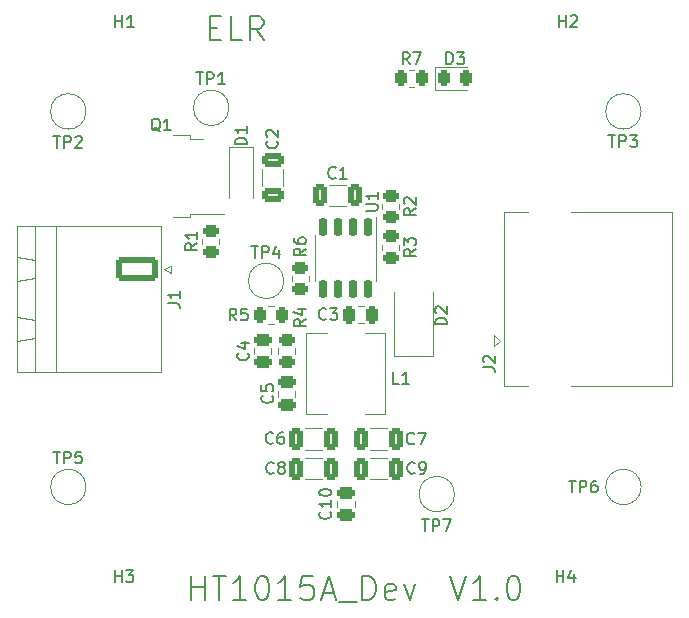
<source format=gto>
%TF.GenerationSoftware,KiCad,Pcbnew,(6.0.5)*%
%TF.CreationDate,2025-05-25T15:44:49+02:00*%
%TF.ProjectId,HT1015A_Dev,48543130-3135-4415-9f44-65762e6b6963,rev?*%
%TF.SameCoordinates,Original*%
%TF.FileFunction,Legend,Top*%
%TF.FilePolarity,Positive*%
%FSLAX46Y46*%
G04 Gerber Fmt 4.6, Leading zero omitted, Abs format (unit mm)*
G04 Created by KiCad (PCBNEW (6.0.5)) date 2025-05-25 15:44:49*
%MOMM*%
%LPD*%
G01*
G04 APERTURE LIST*
G04 Aperture macros list*
%AMRoundRect*
0 Rectangle with rounded corners*
0 $1 Rounding radius*
0 $2 $3 $4 $5 $6 $7 $8 $9 X,Y pos of 4 corners*
0 Add a 4 corners polygon primitive as box body*
4,1,4,$2,$3,$4,$5,$6,$7,$8,$9,$2,$3,0*
0 Add four circle primitives for the rounded corners*
1,1,$1+$1,$2,$3*
1,1,$1+$1,$4,$5*
1,1,$1+$1,$6,$7*
1,1,$1+$1,$8,$9*
0 Add four rect primitives between the rounded corners*
20,1,$1+$1,$2,$3,$4,$5,0*
20,1,$1+$1,$4,$5,$6,$7,0*
20,1,$1+$1,$6,$7,$8,$9,0*
20,1,$1+$1,$8,$9,$2,$3,0*%
G04 Aperture macros list end*
%ADD10C,0.200000*%
%ADD11C,0.150000*%
%ADD12C,0.120000*%
%ADD13C,2.000000*%
%ADD14RoundRect,0.243750X-0.243750X-0.456250X0.243750X-0.456250X0.243750X0.456250X-0.243750X0.456250X0*%
%ADD15RoundRect,0.250000X0.325000X0.650000X-0.325000X0.650000X-0.325000X-0.650000X0.325000X-0.650000X0*%
%ADD16RoundRect,0.250000X-0.450000X0.262500X-0.450000X-0.262500X0.450000X-0.262500X0.450000X0.262500X0*%
%ADD17RoundRect,0.250000X-0.250000X-0.475000X0.250000X-0.475000X0.250000X0.475000X-0.250000X0.475000X0*%
%ADD18RoundRect,0.250000X-0.475000X0.250000X-0.475000X-0.250000X0.475000X-0.250000X0.475000X0.250000X0*%
%ADD19RoundRect,0.250000X-0.325000X-0.650000X0.325000X-0.650000X0.325000X0.650000X-0.325000X0.650000X0*%
%ADD20C,6.400000*%
%ADD21R,1.800000X2.500000*%
%ADD22R,1.524000X1.524000*%
%ADD23C,1.524000*%
%ADD24C,3.500000*%
%ADD25RoundRect,0.250000X0.262500X0.450000X-0.262500X0.450000X-0.262500X-0.450000X0.262500X-0.450000X0*%
%ADD26RoundRect,0.250000X-0.262500X-0.450000X0.262500X-0.450000X0.262500X0.450000X-0.262500X0.450000X0*%
%ADD27R,3.000000X1.500000*%
%ADD28RoundRect,0.250000X0.650000X-0.325000X0.650000X0.325000X-0.650000X0.325000X-0.650000X-0.325000X0*%
%ADD29RoundRect,0.150000X-0.150000X0.650000X-0.150000X-0.650000X0.150000X-0.650000X0.150000X0.650000X0*%
%ADD30R,3.100000X2.410000*%
%ADD31RoundRect,0.249999X-1.550001X0.790001X-1.550001X-0.790001X1.550001X-0.790001X1.550001X0.790001X0*%
%ADD32O,3.600000X2.080000*%
%ADD33R,2.200000X1.200000*%
%ADD34R,6.400000X5.800000*%
%ADD35R,1.700000X1.300000*%
G04 APERTURE END LIST*
D10*
X136961904Y-67507142D02*
X137628571Y-67507142D01*
X137914285Y-68554761D02*
X136961904Y-68554761D01*
X136961904Y-66554761D01*
X137914285Y-66554761D01*
X139723809Y-68554761D02*
X138771428Y-68554761D01*
X138771428Y-66554761D01*
X141533333Y-68554761D02*
X140866666Y-67602380D01*
X140390476Y-68554761D02*
X140390476Y-66554761D01*
X141152380Y-66554761D01*
X141342857Y-66650000D01*
X141438095Y-66745238D01*
X141533333Y-66935714D01*
X141533333Y-67221428D01*
X141438095Y-67411904D01*
X141342857Y-67507142D01*
X141152380Y-67602380D01*
X140390476Y-67602380D01*
X157352380Y-113954761D02*
X158019047Y-115954761D01*
X158685714Y-113954761D01*
X160400000Y-115954761D02*
X159257142Y-115954761D01*
X159828571Y-115954761D02*
X159828571Y-113954761D01*
X159638095Y-114240476D01*
X159447619Y-114430952D01*
X159257142Y-114526190D01*
X161257142Y-115764285D02*
X161352380Y-115859523D01*
X161257142Y-115954761D01*
X161161904Y-115859523D01*
X161257142Y-115764285D01*
X161257142Y-115954761D01*
X162590476Y-113954761D02*
X162780952Y-113954761D01*
X162971428Y-114050000D01*
X163066666Y-114145238D01*
X163161904Y-114335714D01*
X163257142Y-114716666D01*
X163257142Y-115192857D01*
X163161904Y-115573809D01*
X163066666Y-115764285D01*
X162971428Y-115859523D01*
X162780952Y-115954761D01*
X162590476Y-115954761D01*
X162400000Y-115859523D01*
X162304761Y-115764285D01*
X162209523Y-115573809D01*
X162114285Y-115192857D01*
X162114285Y-114716666D01*
X162209523Y-114335714D01*
X162304761Y-114145238D01*
X162400000Y-114050000D01*
X162590476Y-113954761D01*
X135419047Y-115954761D02*
X135419047Y-113954761D01*
X135419047Y-114907142D02*
X136561904Y-114907142D01*
X136561904Y-115954761D02*
X136561904Y-113954761D01*
X137228571Y-113954761D02*
X138371428Y-113954761D01*
X137800000Y-115954761D02*
X137800000Y-113954761D01*
X140085714Y-115954761D02*
X138942857Y-115954761D01*
X139514285Y-115954761D02*
X139514285Y-113954761D01*
X139323809Y-114240476D01*
X139133333Y-114430952D01*
X138942857Y-114526190D01*
X141323809Y-113954761D02*
X141514285Y-113954761D01*
X141704761Y-114050000D01*
X141800000Y-114145238D01*
X141895238Y-114335714D01*
X141990476Y-114716666D01*
X141990476Y-115192857D01*
X141895238Y-115573809D01*
X141800000Y-115764285D01*
X141704761Y-115859523D01*
X141514285Y-115954761D01*
X141323809Y-115954761D01*
X141133333Y-115859523D01*
X141038095Y-115764285D01*
X140942857Y-115573809D01*
X140847619Y-115192857D01*
X140847619Y-114716666D01*
X140942857Y-114335714D01*
X141038095Y-114145238D01*
X141133333Y-114050000D01*
X141323809Y-113954761D01*
X143895238Y-115954761D02*
X142752380Y-115954761D01*
X143323809Y-115954761D02*
X143323809Y-113954761D01*
X143133333Y-114240476D01*
X142942857Y-114430952D01*
X142752380Y-114526190D01*
X145704761Y-113954761D02*
X144752380Y-113954761D01*
X144657142Y-114907142D01*
X144752380Y-114811904D01*
X144942857Y-114716666D01*
X145419047Y-114716666D01*
X145609523Y-114811904D01*
X145704761Y-114907142D01*
X145800000Y-115097619D01*
X145800000Y-115573809D01*
X145704761Y-115764285D01*
X145609523Y-115859523D01*
X145419047Y-115954761D01*
X144942857Y-115954761D01*
X144752380Y-115859523D01*
X144657142Y-115764285D01*
X146561904Y-115383333D02*
X147514285Y-115383333D01*
X146371428Y-115954761D02*
X147038095Y-113954761D01*
X147704761Y-115954761D01*
X147895238Y-116145238D02*
X149419047Y-116145238D01*
X149895238Y-115954761D02*
X149895238Y-113954761D01*
X150371428Y-113954761D01*
X150657142Y-114050000D01*
X150847619Y-114240476D01*
X150942857Y-114430952D01*
X151038095Y-114811904D01*
X151038095Y-115097619D01*
X150942857Y-115478571D01*
X150847619Y-115669047D01*
X150657142Y-115859523D01*
X150371428Y-115954761D01*
X149895238Y-115954761D01*
X152657142Y-115859523D02*
X152466666Y-115954761D01*
X152085714Y-115954761D01*
X151895238Y-115859523D01*
X151800000Y-115669047D01*
X151800000Y-114907142D01*
X151895238Y-114716666D01*
X152085714Y-114621428D01*
X152466666Y-114621428D01*
X152657142Y-114716666D01*
X152752380Y-114907142D01*
X152752380Y-115097619D01*
X151800000Y-115288095D01*
X153419047Y-114621428D02*
X153895238Y-115954761D01*
X154371428Y-114621428D01*
D11*
%TO.C,TP2*%
X123738095Y-76702380D02*
X124309523Y-76702380D01*
X124023809Y-77702380D02*
X124023809Y-76702380D01*
X124642857Y-77702380D02*
X124642857Y-76702380D01*
X125023809Y-76702380D01*
X125119047Y-76750000D01*
X125166666Y-76797619D01*
X125214285Y-76892857D01*
X125214285Y-77035714D01*
X125166666Y-77130952D01*
X125119047Y-77178571D01*
X125023809Y-77226190D01*
X124642857Y-77226190D01*
X125595238Y-76797619D02*
X125642857Y-76750000D01*
X125738095Y-76702380D01*
X125976190Y-76702380D01*
X126071428Y-76750000D01*
X126119047Y-76797619D01*
X126166666Y-76892857D01*
X126166666Y-76988095D01*
X126119047Y-77130952D01*
X125547619Y-77702380D01*
X126166666Y-77702380D01*
%TO.C,D3*%
X157011904Y-70602380D02*
X157011904Y-69602380D01*
X157250000Y-69602380D01*
X157392857Y-69650000D01*
X157488095Y-69745238D01*
X157535714Y-69840476D01*
X157583333Y-70030952D01*
X157583333Y-70173809D01*
X157535714Y-70364285D01*
X157488095Y-70459523D01*
X157392857Y-70554761D01*
X157250000Y-70602380D01*
X157011904Y-70602380D01*
X157916666Y-69602380D02*
X158535714Y-69602380D01*
X158202380Y-69983333D01*
X158345238Y-69983333D01*
X158440476Y-70030952D01*
X158488095Y-70078571D01*
X158535714Y-70173809D01*
X158535714Y-70411904D01*
X158488095Y-70507142D01*
X158440476Y-70554761D01*
X158345238Y-70602380D01*
X158059523Y-70602380D01*
X157964285Y-70554761D01*
X157916666Y-70507142D01*
%TO.C,C9*%
X154333333Y-105207142D02*
X154285714Y-105254761D01*
X154142857Y-105302380D01*
X154047619Y-105302380D01*
X153904761Y-105254761D01*
X153809523Y-105159523D01*
X153761904Y-105064285D01*
X153714285Y-104873809D01*
X153714285Y-104730952D01*
X153761904Y-104540476D01*
X153809523Y-104445238D01*
X153904761Y-104350000D01*
X154047619Y-104302380D01*
X154142857Y-104302380D01*
X154285714Y-104350000D01*
X154333333Y-104397619D01*
X154809523Y-105302380D02*
X155000000Y-105302380D01*
X155095238Y-105254761D01*
X155142857Y-105207142D01*
X155238095Y-105064285D01*
X155285714Y-104873809D01*
X155285714Y-104492857D01*
X155238095Y-104397619D01*
X155190476Y-104350000D01*
X155095238Y-104302380D01*
X154904761Y-104302380D01*
X154809523Y-104350000D01*
X154761904Y-104397619D01*
X154714285Y-104492857D01*
X154714285Y-104730952D01*
X154761904Y-104826190D01*
X154809523Y-104873809D01*
X154904761Y-104921428D01*
X155095238Y-104921428D01*
X155190476Y-104873809D01*
X155238095Y-104826190D01*
X155285714Y-104730952D01*
%TO.C,TP1*%
X135838095Y-71302380D02*
X136409523Y-71302380D01*
X136123809Y-72302380D02*
X136123809Y-71302380D01*
X136742857Y-72302380D02*
X136742857Y-71302380D01*
X137123809Y-71302380D01*
X137219047Y-71350000D01*
X137266666Y-71397619D01*
X137314285Y-71492857D01*
X137314285Y-71635714D01*
X137266666Y-71730952D01*
X137219047Y-71778571D01*
X137123809Y-71826190D01*
X136742857Y-71826190D01*
X138266666Y-72302380D02*
X137695238Y-72302380D01*
X137980952Y-72302380D02*
X137980952Y-71302380D01*
X137885714Y-71445238D01*
X137790476Y-71540476D01*
X137695238Y-71588095D01*
%TO.C,R6*%
X145102380Y-86216666D02*
X144626190Y-86550000D01*
X145102380Y-86788095D02*
X144102380Y-86788095D01*
X144102380Y-86407142D01*
X144150000Y-86311904D01*
X144197619Y-86264285D01*
X144292857Y-86216666D01*
X144435714Y-86216666D01*
X144530952Y-86264285D01*
X144578571Y-86311904D01*
X144626190Y-86407142D01*
X144626190Y-86788095D01*
X144102380Y-85359523D02*
X144102380Y-85550000D01*
X144150000Y-85645238D01*
X144197619Y-85692857D01*
X144340476Y-85788095D01*
X144530952Y-85835714D01*
X144911904Y-85835714D01*
X145007142Y-85788095D01*
X145054761Y-85740476D01*
X145102380Y-85645238D01*
X145102380Y-85454761D01*
X145054761Y-85359523D01*
X145007142Y-85311904D01*
X144911904Y-85264285D01*
X144673809Y-85264285D01*
X144578571Y-85311904D01*
X144530952Y-85359523D01*
X144483333Y-85454761D01*
X144483333Y-85645238D01*
X144530952Y-85740476D01*
X144578571Y-85788095D01*
X144673809Y-85835714D01*
%TO.C,C3*%
X146833333Y-92157142D02*
X146785714Y-92204761D01*
X146642857Y-92252380D01*
X146547619Y-92252380D01*
X146404761Y-92204761D01*
X146309523Y-92109523D01*
X146261904Y-92014285D01*
X146214285Y-91823809D01*
X146214285Y-91680952D01*
X146261904Y-91490476D01*
X146309523Y-91395238D01*
X146404761Y-91300000D01*
X146547619Y-91252380D01*
X146642857Y-91252380D01*
X146785714Y-91300000D01*
X146833333Y-91347619D01*
X147166666Y-91252380D02*
X147785714Y-91252380D01*
X147452380Y-91633333D01*
X147595238Y-91633333D01*
X147690476Y-91680952D01*
X147738095Y-91728571D01*
X147785714Y-91823809D01*
X147785714Y-92061904D01*
X147738095Y-92157142D01*
X147690476Y-92204761D01*
X147595238Y-92252380D01*
X147309523Y-92252380D01*
X147214285Y-92204761D01*
X147166666Y-92157142D01*
%TO.C,C5*%
X142257142Y-98666666D02*
X142304761Y-98714285D01*
X142352380Y-98857142D01*
X142352380Y-98952380D01*
X142304761Y-99095238D01*
X142209523Y-99190476D01*
X142114285Y-99238095D01*
X141923809Y-99285714D01*
X141780952Y-99285714D01*
X141590476Y-99238095D01*
X141495238Y-99190476D01*
X141400000Y-99095238D01*
X141352380Y-98952380D01*
X141352380Y-98857142D01*
X141400000Y-98714285D01*
X141447619Y-98666666D01*
X141352380Y-97761904D02*
X141352380Y-98238095D01*
X141828571Y-98285714D01*
X141780952Y-98238095D01*
X141733333Y-98142857D01*
X141733333Y-97904761D01*
X141780952Y-97809523D01*
X141828571Y-97761904D01*
X141923809Y-97714285D01*
X142161904Y-97714285D01*
X142257142Y-97761904D01*
X142304761Y-97809523D01*
X142352380Y-97904761D01*
X142352380Y-98142857D01*
X142304761Y-98238095D01*
X142257142Y-98285714D01*
%TO.C,R4*%
X145102380Y-92216666D02*
X144626190Y-92550000D01*
X145102380Y-92788095D02*
X144102380Y-92788095D01*
X144102380Y-92407142D01*
X144150000Y-92311904D01*
X144197619Y-92264285D01*
X144292857Y-92216666D01*
X144435714Y-92216666D01*
X144530952Y-92264285D01*
X144578571Y-92311904D01*
X144626190Y-92407142D01*
X144626190Y-92788095D01*
X144435714Y-91359523D02*
X145102380Y-91359523D01*
X144054761Y-91597619D02*
X144769047Y-91835714D01*
X144769047Y-91216666D01*
%TO.C,C8*%
X142383333Y-105207142D02*
X142335714Y-105254761D01*
X142192857Y-105302380D01*
X142097619Y-105302380D01*
X141954761Y-105254761D01*
X141859523Y-105159523D01*
X141811904Y-105064285D01*
X141764285Y-104873809D01*
X141764285Y-104730952D01*
X141811904Y-104540476D01*
X141859523Y-104445238D01*
X141954761Y-104350000D01*
X142097619Y-104302380D01*
X142192857Y-104302380D01*
X142335714Y-104350000D01*
X142383333Y-104397619D01*
X142954761Y-104730952D02*
X142859523Y-104683333D01*
X142811904Y-104635714D01*
X142764285Y-104540476D01*
X142764285Y-104492857D01*
X142811904Y-104397619D01*
X142859523Y-104350000D01*
X142954761Y-104302380D01*
X143145238Y-104302380D01*
X143240476Y-104350000D01*
X143288095Y-104397619D01*
X143335714Y-104492857D01*
X143335714Y-104540476D01*
X143288095Y-104635714D01*
X143240476Y-104683333D01*
X143145238Y-104730952D01*
X142954761Y-104730952D01*
X142859523Y-104778571D01*
X142811904Y-104826190D01*
X142764285Y-104921428D01*
X142764285Y-105111904D01*
X142811904Y-105207142D01*
X142859523Y-105254761D01*
X142954761Y-105302380D01*
X143145238Y-105302380D01*
X143240476Y-105254761D01*
X143288095Y-105207142D01*
X143335714Y-105111904D01*
X143335714Y-104921428D01*
X143288095Y-104826190D01*
X143240476Y-104778571D01*
X143145238Y-104730952D01*
%TO.C,TP5*%
X123738095Y-103402380D02*
X124309523Y-103402380D01*
X124023809Y-104402380D02*
X124023809Y-103402380D01*
X124642857Y-104402380D02*
X124642857Y-103402380D01*
X125023809Y-103402380D01*
X125119047Y-103450000D01*
X125166666Y-103497619D01*
X125214285Y-103592857D01*
X125214285Y-103735714D01*
X125166666Y-103830952D01*
X125119047Y-103878571D01*
X125023809Y-103926190D01*
X124642857Y-103926190D01*
X126119047Y-103402380D02*
X125642857Y-103402380D01*
X125595238Y-103878571D01*
X125642857Y-103830952D01*
X125738095Y-103783333D01*
X125976190Y-103783333D01*
X126071428Y-103830952D01*
X126119047Y-103878571D01*
X126166666Y-103973809D01*
X126166666Y-104211904D01*
X126119047Y-104307142D01*
X126071428Y-104354761D01*
X125976190Y-104402380D01*
X125738095Y-104402380D01*
X125642857Y-104354761D01*
X125595238Y-104307142D01*
%TO.C,C10*%
X147157142Y-108492857D02*
X147204761Y-108540476D01*
X147252380Y-108683333D01*
X147252380Y-108778571D01*
X147204761Y-108921428D01*
X147109523Y-109016666D01*
X147014285Y-109064285D01*
X146823809Y-109111904D01*
X146680952Y-109111904D01*
X146490476Y-109064285D01*
X146395238Y-109016666D01*
X146300000Y-108921428D01*
X146252380Y-108778571D01*
X146252380Y-108683333D01*
X146300000Y-108540476D01*
X146347619Y-108492857D01*
X147252380Y-107540476D02*
X147252380Y-108111904D01*
X147252380Y-107826190D02*
X146252380Y-107826190D01*
X146395238Y-107921428D01*
X146490476Y-108016666D01*
X146538095Y-108111904D01*
X146252380Y-106921428D02*
X146252380Y-106826190D01*
X146300000Y-106730952D01*
X146347619Y-106683333D01*
X146442857Y-106635714D01*
X146633333Y-106588095D01*
X146871428Y-106588095D01*
X147061904Y-106635714D01*
X147157142Y-106683333D01*
X147204761Y-106730952D01*
X147252380Y-106826190D01*
X147252380Y-106921428D01*
X147204761Y-107016666D01*
X147157142Y-107064285D01*
X147061904Y-107111904D01*
X146871428Y-107159523D01*
X146633333Y-107159523D01*
X146442857Y-107111904D01*
X146347619Y-107064285D01*
X146300000Y-107016666D01*
X146252380Y-106921428D01*
%TO.C,H1*%
X128988095Y-67452380D02*
X128988095Y-66452380D01*
X128988095Y-66928571D02*
X129559523Y-66928571D01*
X129559523Y-67452380D02*
X129559523Y-66452380D01*
X130559523Y-67452380D02*
X129988095Y-67452380D01*
X130273809Y-67452380D02*
X130273809Y-66452380D01*
X130178571Y-66595238D01*
X130083333Y-66690476D01*
X129988095Y-66738095D01*
%TO.C,H3*%
X128938095Y-114452380D02*
X128938095Y-113452380D01*
X128938095Y-113928571D02*
X129509523Y-113928571D01*
X129509523Y-114452380D02*
X129509523Y-113452380D01*
X129890476Y-113452380D02*
X130509523Y-113452380D01*
X130176190Y-113833333D01*
X130319047Y-113833333D01*
X130414285Y-113880952D01*
X130461904Y-113928571D01*
X130509523Y-114023809D01*
X130509523Y-114261904D01*
X130461904Y-114357142D01*
X130414285Y-114404761D01*
X130319047Y-114452380D01*
X130033333Y-114452380D01*
X129938095Y-114404761D01*
X129890476Y-114357142D01*
%TO.C,TP4*%
X140488095Y-86002380D02*
X141059523Y-86002380D01*
X140773809Y-87002380D02*
X140773809Y-86002380D01*
X141392857Y-87002380D02*
X141392857Y-86002380D01*
X141773809Y-86002380D01*
X141869047Y-86050000D01*
X141916666Y-86097619D01*
X141964285Y-86192857D01*
X141964285Y-86335714D01*
X141916666Y-86430952D01*
X141869047Y-86478571D01*
X141773809Y-86526190D01*
X141392857Y-86526190D01*
X142821428Y-86335714D02*
X142821428Y-87002380D01*
X142583333Y-85954761D02*
X142345238Y-86669047D01*
X142964285Y-86669047D01*
%TO.C,R1*%
X135902380Y-85766666D02*
X135426190Y-86100000D01*
X135902380Y-86338095D02*
X134902380Y-86338095D01*
X134902380Y-85957142D01*
X134950000Y-85861904D01*
X134997619Y-85814285D01*
X135092857Y-85766666D01*
X135235714Y-85766666D01*
X135330952Y-85814285D01*
X135378571Y-85861904D01*
X135426190Y-85957142D01*
X135426190Y-86338095D01*
X135902380Y-84814285D02*
X135902380Y-85385714D01*
X135902380Y-85100000D02*
X134902380Y-85100000D01*
X135045238Y-85195238D01*
X135140476Y-85290476D01*
X135188095Y-85385714D01*
%TO.C,TP3*%
X170738095Y-76602380D02*
X171309523Y-76602380D01*
X171023809Y-77602380D02*
X171023809Y-76602380D01*
X171642857Y-77602380D02*
X171642857Y-76602380D01*
X172023809Y-76602380D01*
X172119047Y-76650000D01*
X172166666Y-76697619D01*
X172214285Y-76792857D01*
X172214285Y-76935714D01*
X172166666Y-77030952D01*
X172119047Y-77078571D01*
X172023809Y-77126190D01*
X171642857Y-77126190D01*
X172547619Y-76602380D02*
X173166666Y-76602380D01*
X172833333Y-76983333D01*
X172976190Y-76983333D01*
X173071428Y-77030952D01*
X173119047Y-77078571D01*
X173166666Y-77173809D01*
X173166666Y-77411904D01*
X173119047Y-77507142D01*
X173071428Y-77554761D01*
X172976190Y-77602380D01*
X172690476Y-77602380D01*
X172595238Y-77554761D01*
X172547619Y-77507142D01*
%TO.C,D2*%
X157052380Y-92638095D02*
X156052380Y-92638095D01*
X156052380Y-92400000D01*
X156100000Y-92257142D01*
X156195238Y-92161904D01*
X156290476Y-92114285D01*
X156480952Y-92066666D01*
X156623809Y-92066666D01*
X156814285Y-92114285D01*
X156909523Y-92161904D01*
X157004761Y-92257142D01*
X157052380Y-92400000D01*
X157052380Y-92638095D01*
X156147619Y-91685714D02*
X156100000Y-91638095D01*
X156052380Y-91542857D01*
X156052380Y-91304761D01*
X156100000Y-91209523D01*
X156147619Y-91161904D01*
X156242857Y-91114285D01*
X156338095Y-91114285D01*
X156480952Y-91161904D01*
X157052380Y-91733333D01*
X157052380Y-91114285D01*
%TO.C,J2*%
X160132380Y-96283333D02*
X160846666Y-96283333D01*
X160989523Y-96330952D01*
X161084761Y-96426190D01*
X161132380Y-96569047D01*
X161132380Y-96664285D01*
X160227619Y-95854761D02*
X160180000Y-95807142D01*
X160132380Y-95711904D01*
X160132380Y-95473809D01*
X160180000Y-95378571D01*
X160227619Y-95330952D01*
X160322857Y-95283333D01*
X160418095Y-95283333D01*
X160560952Y-95330952D01*
X161132380Y-95902380D01*
X161132380Y-95283333D01*
%TO.C,R2*%
X154402380Y-82816666D02*
X153926190Y-83150000D01*
X154402380Y-83388095D02*
X153402380Y-83388095D01*
X153402380Y-83007142D01*
X153450000Y-82911904D01*
X153497619Y-82864285D01*
X153592857Y-82816666D01*
X153735714Y-82816666D01*
X153830952Y-82864285D01*
X153878571Y-82911904D01*
X153926190Y-83007142D01*
X153926190Y-83388095D01*
X153497619Y-82435714D02*
X153450000Y-82388095D01*
X153402380Y-82292857D01*
X153402380Y-82054761D01*
X153450000Y-81959523D01*
X153497619Y-81911904D01*
X153592857Y-81864285D01*
X153688095Y-81864285D01*
X153830952Y-81911904D01*
X154402380Y-82483333D01*
X154402380Y-81864285D01*
%TO.C,R3*%
X154402380Y-86266666D02*
X153926190Y-86600000D01*
X154402380Y-86838095D02*
X153402380Y-86838095D01*
X153402380Y-86457142D01*
X153450000Y-86361904D01*
X153497619Y-86314285D01*
X153592857Y-86266666D01*
X153735714Y-86266666D01*
X153830952Y-86314285D01*
X153878571Y-86361904D01*
X153926190Y-86457142D01*
X153926190Y-86838095D01*
X153402380Y-85933333D02*
X153402380Y-85314285D01*
X153783333Y-85647619D01*
X153783333Y-85504761D01*
X153830952Y-85409523D01*
X153878571Y-85361904D01*
X153973809Y-85314285D01*
X154211904Y-85314285D01*
X154307142Y-85361904D01*
X154354761Y-85409523D01*
X154402380Y-85504761D01*
X154402380Y-85790476D01*
X154354761Y-85885714D01*
X154307142Y-85933333D01*
%TO.C,TP7*%
X154938095Y-109152380D02*
X155509523Y-109152380D01*
X155223809Y-110152380D02*
X155223809Y-109152380D01*
X155842857Y-110152380D02*
X155842857Y-109152380D01*
X156223809Y-109152380D01*
X156319047Y-109200000D01*
X156366666Y-109247619D01*
X156414285Y-109342857D01*
X156414285Y-109485714D01*
X156366666Y-109580952D01*
X156319047Y-109628571D01*
X156223809Y-109676190D01*
X155842857Y-109676190D01*
X156747619Y-109152380D02*
X157414285Y-109152380D01*
X156985714Y-110152380D01*
%TO.C,C1*%
X147633333Y-80207142D02*
X147585714Y-80254761D01*
X147442857Y-80302380D01*
X147347619Y-80302380D01*
X147204761Y-80254761D01*
X147109523Y-80159523D01*
X147061904Y-80064285D01*
X147014285Y-79873809D01*
X147014285Y-79730952D01*
X147061904Y-79540476D01*
X147109523Y-79445238D01*
X147204761Y-79350000D01*
X147347619Y-79302380D01*
X147442857Y-79302380D01*
X147585714Y-79350000D01*
X147633333Y-79397619D01*
X148585714Y-80302380D02*
X148014285Y-80302380D01*
X148300000Y-80302380D02*
X148300000Y-79302380D01*
X148204761Y-79445238D01*
X148109523Y-79540476D01*
X148014285Y-79588095D01*
%TO.C,C6*%
X142333333Y-102657142D02*
X142285714Y-102704761D01*
X142142857Y-102752380D01*
X142047619Y-102752380D01*
X141904761Y-102704761D01*
X141809523Y-102609523D01*
X141761904Y-102514285D01*
X141714285Y-102323809D01*
X141714285Y-102180952D01*
X141761904Y-101990476D01*
X141809523Y-101895238D01*
X141904761Y-101800000D01*
X142047619Y-101752380D01*
X142142857Y-101752380D01*
X142285714Y-101800000D01*
X142333333Y-101847619D01*
X143190476Y-101752380D02*
X143000000Y-101752380D01*
X142904761Y-101800000D01*
X142857142Y-101847619D01*
X142761904Y-101990476D01*
X142714285Y-102180952D01*
X142714285Y-102561904D01*
X142761904Y-102657142D01*
X142809523Y-102704761D01*
X142904761Y-102752380D01*
X143095238Y-102752380D01*
X143190476Y-102704761D01*
X143238095Y-102657142D01*
X143285714Y-102561904D01*
X143285714Y-102323809D01*
X143238095Y-102228571D01*
X143190476Y-102180952D01*
X143095238Y-102133333D01*
X142904761Y-102133333D01*
X142809523Y-102180952D01*
X142761904Y-102228571D01*
X142714285Y-102323809D01*
%TO.C,R5*%
X139233333Y-92302380D02*
X138900000Y-91826190D01*
X138661904Y-92302380D02*
X138661904Y-91302380D01*
X139042857Y-91302380D01*
X139138095Y-91350000D01*
X139185714Y-91397619D01*
X139233333Y-91492857D01*
X139233333Y-91635714D01*
X139185714Y-91730952D01*
X139138095Y-91778571D01*
X139042857Y-91826190D01*
X138661904Y-91826190D01*
X140138095Y-91302380D02*
X139661904Y-91302380D01*
X139614285Y-91778571D01*
X139661904Y-91730952D01*
X139757142Y-91683333D01*
X139995238Y-91683333D01*
X140090476Y-91730952D01*
X140138095Y-91778571D01*
X140185714Y-91873809D01*
X140185714Y-92111904D01*
X140138095Y-92207142D01*
X140090476Y-92254761D01*
X139995238Y-92302380D01*
X139757142Y-92302380D01*
X139661904Y-92254761D01*
X139614285Y-92207142D01*
%TO.C,C4*%
X140207142Y-95066666D02*
X140254761Y-95114285D01*
X140302380Y-95257142D01*
X140302380Y-95352380D01*
X140254761Y-95495238D01*
X140159523Y-95590476D01*
X140064285Y-95638095D01*
X139873809Y-95685714D01*
X139730952Y-95685714D01*
X139540476Y-95638095D01*
X139445238Y-95590476D01*
X139350000Y-95495238D01*
X139302380Y-95352380D01*
X139302380Y-95257142D01*
X139350000Y-95114285D01*
X139397619Y-95066666D01*
X139635714Y-94209523D02*
X140302380Y-94209523D01*
X139254761Y-94447619D02*
X139969047Y-94685714D01*
X139969047Y-94066666D01*
%TO.C,R7*%
X153895833Y-70602380D02*
X153562500Y-70126190D01*
X153324404Y-70602380D02*
X153324404Y-69602380D01*
X153705357Y-69602380D01*
X153800595Y-69650000D01*
X153848214Y-69697619D01*
X153895833Y-69792857D01*
X153895833Y-69935714D01*
X153848214Y-70030952D01*
X153800595Y-70078571D01*
X153705357Y-70126190D01*
X153324404Y-70126190D01*
X154229166Y-69602380D02*
X154895833Y-69602380D01*
X154467261Y-70602380D01*
%TO.C,H4*%
X166338095Y-114452380D02*
X166338095Y-113452380D01*
X166338095Y-113928571D02*
X166909523Y-113928571D01*
X166909523Y-114452380D02*
X166909523Y-113452380D01*
X167814285Y-113785714D02*
X167814285Y-114452380D01*
X167576190Y-113404761D02*
X167338095Y-114119047D01*
X167957142Y-114119047D01*
%TO.C,H2*%
X166538095Y-67452380D02*
X166538095Y-66452380D01*
X166538095Y-66928571D02*
X167109523Y-66928571D01*
X167109523Y-67452380D02*
X167109523Y-66452380D01*
X167538095Y-66547619D02*
X167585714Y-66500000D01*
X167680952Y-66452380D01*
X167919047Y-66452380D01*
X168014285Y-66500000D01*
X168061904Y-66547619D01*
X168109523Y-66642857D01*
X168109523Y-66738095D01*
X168061904Y-66880952D01*
X167490476Y-67452380D01*
X168109523Y-67452380D01*
%TO.C,L1*%
X152983333Y-97652380D02*
X152507142Y-97652380D01*
X152507142Y-96652380D01*
X153840476Y-97652380D02*
X153269047Y-97652380D01*
X153554761Y-97652380D02*
X153554761Y-96652380D01*
X153459523Y-96795238D01*
X153364285Y-96890476D01*
X153269047Y-96938095D01*
%TO.C,C2*%
X142657142Y-77116666D02*
X142704761Y-77164285D01*
X142752380Y-77307142D01*
X142752380Y-77402380D01*
X142704761Y-77545238D01*
X142609523Y-77640476D01*
X142514285Y-77688095D01*
X142323809Y-77735714D01*
X142180952Y-77735714D01*
X141990476Y-77688095D01*
X141895238Y-77640476D01*
X141800000Y-77545238D01*
X141752380Y-77402380D01*
X141752380Y-77307142D01*
X141800000Y-77164285D01*
X141847619Y-77116666D01*
X141847619Y-76735714D02*
X141800000Y-76688095D01*
X141752380Y-76592857D01*
X141752380Y-76354761D01*
X141800000Y-76259523D01*
X141847619Y-76211904D01*
X141942857Y-76164285D01*
X142038095Y-76164285D01*
X142180952Y-76211904D01*
X142752380Y-76783333D01*
X142752380Y-76164285D01*
%TO.C,U1*%
X150202380Y-83011904D02*
X151011904Y-83011904D01*
X151107142Y-82964285D01*
X151154761Y-82916666D01*
X151202380Y-82821428D01*
X151202380Y-82630952D01*
X151154761Y-82535714D01*
X151107142Y-82488095D01*
X151011904Y-82440476D01*
X150202380Y-82440476D01*
X151202380Y-81440476D02*
X151202380Y-82011904D01*
X151202380Y-81726190D02*
X150202380Y-81726190D01*
X150345238Y-81821428D01*
X150440476Y-81916666D01*
X150488095Y-82011904D01*
%TO.C,J1*%
X133432380Y-90833333D02*
X134146666Y-90833333D01*
X134289523Y-90880952D01*
X134384761Y-90976190D01*
X134432380Y-91119047D01*
X134432380Y-91214285D01*
X134432380Y-89833333D02*
X134432380Y-90404761D01*
X134432380Y-90119047D02*
X133432380Y-90119047D01*
X133575238Y-90214285D01*
X133670476Y-90309523D01*
X133718095Y-90404761D01*
%TO.C,Q1*%
X132779761Y-76297619D02*
X132684523Y-76250000D01*
X132589285Y-76154761D01*
X132446428Y-76011904D01*
X132351190Y-75964285D01*
X132255952Y-75964285D01*
X132303571Y-76202380D02*
X132208333Y-76154761D01*
X132113095Y-76059523D01*
X132065476Y-75869047D01*
X132065476Y-75535714D01*
X132113095Y-75345238D01*
X132208333Y-75250000D01*
X132303571Y-75202380D01*
X132494047Y-75202380D01*
X132589285Y-75250000D01*
X132684523Y-75345238D01*
X132732142Y-75535714D01*
X132732142Y-75869047D01*
X132684523Y-76059523D01*
X132589285Y-76154761D01*
X132494047Y-76202380D01*
X132303571Y-76202380D01*
X133684523Y-76202380D02*
X133113095Y-76202380D01*
X133398809Y-76202380D02*
X133398809Y-75202380D01*
X133303571Y-75345238D01*
X133208333Y-75440476D01*
X133113095Y-75488095D01*
%TO.C,TP6*%
X167388095Y-105852380D02*
X167959523Y-105852380D01*
X167673809Y-106852380D02*
X167673809Y-105852380D01*
X168292857Y-106852380D02*
X168292857Y-105852380D01*
X168673809Y-105852380D01*
X168769047Y-105900000D01*
X168816666Y-105947619D01*
X168864285Y-106042857D01*
X168864285Y-106185714D01*
X168816666Y-106280952D01*
X168769047Y-106328571D01*
X168673809Y-106376190D01*
X168292857Y-106376190D01*
X169721428Y-105852380D02*
X169530952Y-105852380D01*
X169435714Y-105900000D01*
X169388095Y-105947619D01*
X169292857Y-106090476D01*
X169245238Y-106280952D01*
X169245238Y-106661904D01*
X169292857Y-106757142D01*
X169340476Y-106804761D01*
X169435714Y-106852380D01*
X169626190Y-106852380D01*
X169721428Y-106804761D01*
X169769047Y-106757142D01*
X169816666Y-106661904D01*
X169816666Y-106423809D01*
X169769047Y-106328571D01*
X169721428Y-106280952D01*
X169626190Y-106233333D01*
X169435714Y-106233333D01*
X169340476Y-106280952D01*
X169292857Y-106328571D01*
X169245238Y-106423809D01*
%TO.C,C7*%
X154283333Y-102707142D02*
X154235714Y-102754761D01*
X154092857Y-102802380D01*
X153997619Y-102802380D01*
X153854761Y-102754761D01*
X153759523Y-102659523D01*
X153711904Y-102564285D01*
X153664285Y-102373809D01*
X153664285Y-102230952D01*
X153711904Y-102040476D01*
X153759523Y-101945238D01*
X153854761Y-101850000D01*
X153997619Y-101802380D01*
X154092857Y-101802380D01*
X154235714Y-101850000D01*
X154283333Y-101897619D01*
X154616666Y-101802380D02*
X155283333Y-101802380D01*
X154854761Y-102802380D01*
%TO.C,D1*%
X140102380Y-77388095D02*
X139102380Y-77388095D01*
X139102380Y-77150000D01*
X139150000Y-77007142D01*
X139245238Y-76911904D01*
X139340476Y-76864285D01*
X139530952Y-76816666D01*
X139673809Y-76816666D01*
X139864285Y-76864285D01*
X139959523Y-76911904D01*
X140054761Y-77007142D01*
X140102380Y-77150000D01*
X140102380Y-77388095D01*
X140102380Y-75864285D02*
X140102380Y-76435714D01*
X140102380Y-76150000D02*
X139102380Y-76150000D01*
X139245238Y-76245238D01*
X139340476Y-76340476D01*
X139388095Y-76435714D01*
D12*
%TO.C,TP2*%
X126500000Y-74600000D02*
G75*
G03*
X126500000Y-74600000I-1500000J0D01*
G01*
%TO.C,D3*%
X156065000Y-72760000D02*
X158750000Y-72760000D01*
X158750000Y-70840000D02*
X156065000Y-70840000D01*
X156065000Y-70840000D02*
X156065000Y-72760000D01*
%TO.C,C9*%
X151961252Y-103940000D02*
X150538748Y-103940000D01*
X151961252Y-105760000D02*
X150538748Y-105760000D01*
%TO.C,TP1*%
X138600000Y-74300000D02*
G75*
G03*
X138600000Y-74300000I-1500000J0D01*
G01*
%TO.C,R6*%
X143915000Y-88522936D02*
X143915000Y-88977064D01*
X145385000Y-88522936D02*
X145385000Y-88977064D01*
%TO.C,C3*%
X149488748Y-91065000D02*
X150011252Y-91065000D01*
X149488748Y-92535000D02*
X150011252Y-92535000D01*
%TO.C,C5*%
X144235000Y-98238748D02*
X144235000Y-98761252D01*
X142765000Y-98238748D02*
X142765000Y-98761252D01*
%TO.C,R4*%
X142765000Y-94672936D02*
X142765000Y-95127064D01*
X144235000Y-94672936D02*
X144235000Y-95127064D01*
%TO.C,C8*%
X145038748Y-103940000D02*
X146461252Y-103940000D01*
X145038748Y-105760000D02*
X146461252Y-105760000D01*
%TO.C,TP5*%
X126500000Y-106400000D02*
G75*
G03*
X126500000Y-106400000I-1500000J0D01*
G01*
%TO.C,C10*%
X149235000Y-107588748D02*
X149235000Y-108111252D01*
X147765000Y-107588748D02*
X147765000Y-108111252D01*
%TO.C,TP4*%
X143250000Y-88950000D02*
G75*
G03*
X143250000Y-88950000I-1500000J0D01*
G01*
%TO.C,R1*%
X136315000Y-85372936D02*
X136315000Y-85827064D01*
X137785000Y-85372936D02*
X137785000Y-85827064D01*
%TO.C,TP3*%
X173500000Y-74600000D02*
G75*
G03*
X173500000Y-74600000I-1500000J0D01*
G01*
%TO.C,D2*%
X152550000Y-95300000D02*
X152550000Y-89900000D01*
X152550000Y-95300000D02*
X155850000Y-95300000D01*
X155850000Y-95300000D02*
X155850000Y-89900000D01*
%TO.C,J2*%
X163890000Y-83140000D02*
X161910000Y-83140000D01*
X176130000Y-97860000D02*
X176130000Y-83140000D01*
X161030000Y-94500000D02*
X161530000Y-94000000D01*
X161910000Y-97860000D02*
X161910000Y-83140000D01*
X161530000Y-94000000D02*
X161030000Y-93500000D01*
X161910000Y-97860000D02*
X163890000Y-97860000D01*
X167590000Y-97860000D02*
X176130000Y-97860000D01*
X161030000Y-93500000D02*
X161030000Y-94500000D01*
X167590000Y-83140000D02*
X176130000Y-83140000D01*
%TO.C,R2*%
X151565000Y-82422936D02*
X151565000Y-82877064D01*
X153035000Y-82422936D02*
X153035000Y-82877064D01*
%TO.C,R3*%
X151565000Y-85872936D02*
X151565000Y-86327064D01*
X153035000Y-85872936D02*
X153035000Y-86327064D01*
%TO.C,TP7*%
X157700000Y-107000000D02*
G75*
G03*
X157700000Y-107000000I-1500000J0D01*
G01*
%TO.C,C1*%
X147088748Y-80790000D02*
X148511252Y-80790000D01*
X147088748Y-82610000D02*
X148511252Y-82610000D01*
%TO.C,C6*%
X145038748Y-103260000D02*
X146461252Y-103260000D01*
X145038748Y-101440000D02*
X146461252Y-101440000D01*
%TO.C,R5*%
X142377064Y-91115000D02*
X141922936Y-91115000D01*
X142377064Y-92585000D02*
X141922936Y-92585000D01*
%TO.C,C4*%
X142185000Y-94638748D02*
X142185000Y-95161252D01*
X140715000Y-94638748D02*
X140715000Y-95161252D01*
%TO.C,R7*%
X153835436Y-72535000D02*
X154289564Y-72535000D01*
X153835436Y-71065000D02*
X154289564Y-71065000D01*
%TO.C,L1*%
X145150000Y-93350000D02*
X146900000Y-93350000D01*
X151850000Y-100250000D02*
X150100000Y-100250000D01*
X151850000Y-93350000D02*
X151850000Y-100250000D01*
X146900000Y-100250000D02*
X145150000Y-100250000D01*
X145150000Y-100250000D02*
X145150000Y-93350000D01*
X150100000Y-93350000D02*
X151850000Y-93350000D01*
%TO.C,C2*%
X141390000Y-80911252D02*
X141390000Y-79488748D01*
X143210000Y-80911252D02*
X143210000Y-79488748D01*
%TO.C,U1*%
X151035000Y-87000000D02*
X151035000Y-83550000D01*
X145915000Y-87000000D02*
X145915000Y-85050000D01*
X145915000Y-87000000D02*
X145915000Y-88950000D01*
X151035000Y-87000000D02*
X151035000Y-88950000D01*
%TO.C,J1*%
X120670000Y-88960000D02*
X122170000Y-88710000D01*
X132890000Y-84310000D02*
X120670000Y-84310000D01*
X122170000Y-96690000D02*
X122170000Y-84310000D01*
X120670000Y-92040000D02*
X120670000Y-94040000D01*
X122170000Y-84310000D02*
X123970000Y-84310000D01*
X122170000Y-92290000D02*
X120670000Y-92040000D01*
X120670000Y-86960000D02*
X120670000Y-88960000D01*
X122170000Y-87210000D02*
X120670000Y-86960000D01*
X133690000Y-87660000D02*
X133690000Y-88260000D01*
X123970000Y-84310000D02*
X123970000Y-96690000D01*
X120670000Y-84310000D02*
X120670000Y-96690000D01*
X133090000Y-87960000D02*
X133690000Y-87660000D01*
X120670000Y-96690000D02*
X132890000Y-96690000D01*
X123970000Y-96690000D02*
X122170000Y-96690000D01*
X133690000Y-88260000D02*
X133090000Y-87960000D01*
X120670000Y-94040000D02*
X122170000Y-93790000D01*
X132890000Y-96690000D02*
X132890000Y-84310000D01*
X122170000Y-93790000D02*
X122170000Y-92290000D01*
X122170000Y-88710000D02*
X122170000Y-87210000D01*
%TO.C,Q1*%
X135345000Y-83525000D02*
X135345000Y-83255000D01*
X135345000Y-76895000D02*
X136445000Y-76895000D01*
X135345000Y-83255000D02*
X138175000Y-83255000D01*
X133845000Y-76625000D02*
X135345000Y-76625000D01*
X135345000Y-76625000D02*
X135345000Y-76895000D01*
X133845000Y-83525000D02*
X135345000Y-83525000D01*
%TO.C,TP6*%
X173500000Y-106400000D02*
G75*
G03*
X173500000Y-106400000I-1500000J0D01*
G01*
%TO.C,C7*%
X151961252Y-103260000D02*
X150538748Y-103260000D01*
X151961252Y-101440000D02*
X150538748Y-101440000D01*
%TO.C,D1*%
X140650000Y-77650000D02*
X138650000Y-77650000D01*
X140650000Y-81950000D02*
X140650000Y-77650000D01*
X138650000Y-77650000D02*
X138650000Y-81950000D01*
%TD*%
%LPC*%
D13*
%TO.C,TP2*%
X125000000Y-74600000D03*
%TD*%
D14*
%TO.C,D3*%
X156812500Y-71800000D03*
X158687500Y-71800000D03*
%TD*%
D15*
%TO.C,C9*%
X152725000Y-104850000D03*
X149775000Y-104850000D03*
%TD*%
D13*
%TO.C,TP1*%
X137100000Y-74300000D03*
%TD*%
D16*
%TO.C,R6*%
X144650000Y-87837500D03*
X144650000Y-89662500D03*
%TD*%
D17*
%TO.C,C3*%
X148800000Y-91800000D03*
X150700000Y-91800000D03*
%TD*%
D18*
%TO.C,C5*%
X143500000Y-97550000D03*
X143500000Y-99450000D03*
%TD*%
D16*
%TO.C,R4*%
X143500000Y-93987500D03*
X143500000Y-95812500D03*
%TD*%
D19*
%TO.C,C8*%
X144275000Y-104850000D03*
X147225000Y-104850000D03*
%TD*%
D13*
%TO.C,TP5*%
X125000000Y-106400000D03*
%TD*%
D18*
%TO.C,C10*%
X148500000Y-106900000D03*
X148500000Y-108800000D03*
%TD*%
D20*
%TO.C,H1*%
X125000000Y-67000000D03*
%TD*%
%TO.C,H3*%
X125000000Y-114000000D03*
%TD*%
D13*
%TO.C,TP4*%
X141750000Y-88950000D03*
%TD*%
D16*
%TO.C,R1*%
X137050000Y-84687500D03*
X137050000Y-86512500D03*
%TD*%
D13*
%TO.C,TP3*%
X172000000Y-74600000D03*
%TD*%
D21*
%TO.C,D2*%
X154200000Y-93900000D03*
X154200000Y-89900000D03*
%TD*%
D22*
%TO.C,J2*%
X163030000Y-94000000D03*
D23*
X163030000Y-91500000D03*
X163030000Y-89500000D03*
X163030000Y-87000000D03*
D24*
X165740000Y-97070000D03*
X165740000Y-83930000D03*
%TD*%
D16*
%TO.C,R2*%
X152300000Y-81737500D03*
X152300000Y-83562500D03*
%TD*%
%TO.C,R3*%
X152300000Y-85187500D03*
X152300000Y-87012500D03*
%TD*%
D13*
%TO.C,TP7*%
X156200000Y-107000000D03*
%TD*%
D19*
%TO.C,C1*%
X146325000Y-81700000D03*
X149275000Y-81700000D03*
%TD*%
%TO.C,C6*%
X144275000Y-102350000D03*
X147225000Y-102350000D03*
%TD*%
D25*
%TO.C,R5*%
X143062500Y-91850000D03*
X141237500Y-91850000D03*
%TD*%
D18*
%TO.C,C4*%
X141450000Y-93950000D03*
X141450000Y-95850000D03*
%TD*%
D26*
%TO.C,R7*%
X153150000Y-71800000D03*
X154975000Y-71800000D03*
%TD*%
D20*
%TO.C,H4*%
X172000000Y-114000000D03*
%TD*%
%TO.C,H2*%
X172000000Y-67000000D03*
%TD*%
D27*
%TO.C,L1*%
X148500000Y-93950000D03*
X148500000Y-99650000D03*
%TD*%
D28*
%TO.C,C2*%
X142300000Y-81675000D03*
X142300000Y-78725000D03*
%TD*%
D29*
%TO.C,U1*%
X150380000Y-84350000D03*
X149110000Y-84350000D03*
X147840000Y-84350000D03*
X146570000Y-84350000D03*
X146570000Y-89650000D03*
X147840000Y-89650000D03*
X149110000Y-89650000D03*
X150380000Y-89650000D03*
D30*
X148475000Y-87000000D03*
%TD*%
D31*
%TO.C,J1*%
X130780000Y-87960000D03*
D32*
X130780000Y-93040000D03*
%TD*%
D33*
%TO.C,Q1*%
X137075000Y-82355000D03*
D34*
X130775000Y-80075000D03*
D33*
X137075000Y-77795000D03*
%TD*%
D13*
%TO.C,TP6*%
X172000000Y-106400000D03*
%TD*%
D15*
%TO.C,C7*%
X152725000Y-102350000D03*
X149775000Y-102350000D03*
%TD*%
D35*
%TO.C,D1*%
X139650000Y-78450000D03*
X139650000Y-81950000D03*
%TD*%
M02*

</source>
